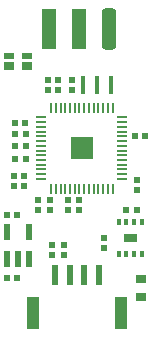
<source format=gtp>
G04*
G04 #@! TF.GenerationSoftware,Altium Limited,Altium Designer,21.6.1 (37)*
G04*
G04 Layer_Color=8421504*
%FSLAX44Y44*%
%MOMM*%
G71*
G04*
G04 #@! TF.SameCoordinates,A3892E78-241B-427D-A5EC-4F0B57241F16*
G04*
G04*
G04 #@! TF.FilePolarity,Positive*
G04*
G01*
G75*
%ADD18R,0.5600X0.6000*%
%ADD19R,1.9600X1.9600*%
G04:AMPARAMS|DCode=20|XSize=0.84mm|YSize=0.2mm|CornerRadius=0.025mm|HoleSize=0mm|Usage=FLASHONLY|Rotation=180.000|XOffset=0mm|YOffset=0mm|HoleType=Round|Shape=RoundedRectangle|*
%AMROUNDEDRECTD20*
21,1,0.8400,0.1500,0,0,180.0*
21,1,0.7900,0.2000,0,0,180.0*
1,1,0.0500,-0.3950,0.0750*
1,1,0.0500,0.3950,0.0750*
1,1,0.0500,0.3950,-0.0750*
1,1,0.0500,-0.3950,-0.0750*
%
%ADD20ROUNDEDRECTD20*%
G04:AMPARAMS|DCode=21|XSize=0.2mm|YSize=0.84mm|CornerRadius=0.025mm|HoleSize=0mm|Usage=FLASHONLY|Rotation=180.000|XOffset=0mm|YOffset=0mm|HoleType=Round|Shape=RoundedRectangle|*
%AMROUNDEDRECTD21*
21,1,0.2000,0.7900,0,0,180.0*
21,1,0.1500,0.8400,0,0,180.0*
1,1,0.0500,-0.0750,0.3950*
1,1,0.0500,0.0750,0.3950*
1,1,0.0500,0.0750,-0.3950*
1,1,0.0500,-0.0750,-0.3950*
%
%ADD21ROUNDEDRECTD21*%
%ADD22R,0.5400X0.6000*%
%ADD23R,0.6000X0.5400*%
G04:AMPARAMS|DCode=24|XSize=1.2mm|YSize=3.5mm|CornerRadius=0.3mm|HoleSize=0mm|Usage=FLASHONLY|Rotation=180.000|XOffset=0mm|YOffset=0mm|HoleType=Round|Shape=RoundedRectangle|*
%AMROUNDEDRECTD24*
21,1,1.2000,2.9000,0,0,180.0*
21,1,0.6000,3.5000,0,0,180.0*
1,1,0.6000,-0.3000,1.4500*
1,1,0.6000,0.3000,1.4500*
1,1,0.6000,0.3000,-1.4500*
1,1,0.6000,-0.3000,-1.4500*
%
%ADD24ROUNDEDRECTD24*%
%ADD25R,1.2000X3.5000*%
%ADD26R,0.6000X0.5600*%
%ADD27R,0.3000X0.5250*%
%ADD28R,0.8500X0.6500*%
%ADD29R,0.8500X0.5500*%
%ADD30R,0.5588X1.3208*%
%ADD31R,1.0000X2.7000*%
%ADD32R,0.6000X1.7000*%
%ADD33R,0.9000X0.7000*%
%ADD34R,0.4000X1.5000*%
G36*
X373500Y82250D02*
X384500D01*
Y75750D01*
X373500D01*
Y82250D01*
D02*
G37*
D18*
X281650Y157000D02*
D03*
X290350D02*
D03*
X290350Y146000D02*
D03*
X290350Y167000D02*
D03*
X289350Y132000D02*
D03*
X280650D02*
D03*
X289350Y123000D02*
D03*
X280650D02*
D03*
X281650Y146000D02*
D03*
X281650Y167000D02*
D03*
D19*
X338000Y155350D02*
D03*
D20*
X303650Y129350D02*
D03*
Y133350D02*
D03*
Y137350D02*
D03*
Y141350D02*
D03*
Y145350D02*
D03*
Y149350D02*
D03*
Y153350D02*
D03*
Y157350D02*
D03*
Y161350D02*
D03*
Y165350D02*
D03*
Y169350D02*
D03*
Y173350D02*
D03*
Y177350D02*
D03*
Y181350D02*
D03*
X372350D02*
D03*
Y177350D02*
D03*
Y173350D02*
D03*
Y169350D02*
D03*
Y165350D02*
D03*
Y161350D02*
D03*
Y157350D02*
D03*
Y153350D02*
D03*
Y149350D02*
D03*
Y145350D02*
D03*
Y141350D02*
D03*
Y137350D02*
D03*
Y133350D02*
D03*
Y129350D02*
D03*
D21*
X364000Y121000D02*
D03*
X360000D02*
D03*
X356000D02*
D03*
X352000D02*
D03*
X348000D02*
D03*
X344000D02*
D03*
X340000D02*
D03*
X336000D02*
D03*
X332000D02*
D03*
X328000D02*
D03*
X324000D02*
D03*
X320000D02*
D03*
X316000D02*
D03*
X312000D02*
D03*
Y189700D02*
D03*
X316000D02*
D03*
X320000D02*
D03*
X324000D02*
D03*
X328000D02*
D03*
X332000D02*
D03*
X336000D02*
D03*
X340000D02*
D03*
X344000D02*
D03*
X348000D02*
D03*
X352000D02*
D03*
X356000D02*
D03*
X360000D02*
D03*
X364000D02*
D03*
D22*
X281680Y177000D02*
D03*
X290320D02*
D03*
X375680Y103000D02*
D03*
X384320D02*
D03*
X382680Y166000D02*
D03*
X391320D02*
D03*
X274680Y99000D02*
D03*
X283320D02*
D03*
X274680Y45000D02*
D03*
X283320D02*
D03*
D23*
X301000Y102680D02*
D03*
Y111320D02*
D03*
X326000D02*
D03*
Y102680D02*
D03*
X330000Y213320D02*
D03*
Y204680D02*
D03*
X357000Y70680D02*
D03*
Y79320D02*
D03*
X311000Y111320D02*
D03*
Y102680D02*
D03*
X385000Y128320D02*
D03*
Y119680D02*
D03*
X336000Y111320D02*
D03*
Y102680D02*
D03*
D24*
X361400Y256000D02*
D03*
D25*
X310600D02*
D03*
X336000D02*
D03*
D26*
X318000Y204650D02*
D03*
X309000D02*
D03*
X323000Y73350D02*
D03*
Y64650D02*
D03*
X313000D02*
D03*
Y73350D02*
D03*
X318000Y213350D02*
D03*
X309000D02*
D03*
D27*
X369250Y92625D02*
D03*
X375750D02*
D03*
X382250D02*
D03*
X388750D02*
D03*
X369250Y65375D02*
D03*
X388750D02*
D03*
X375750D02*
D03*
X382250D02*
D03*
D28*
X276750Y224750D02*
D03*
X291250D02*
D03*
D29*
X276750Y233250D02*
D03*
X291250D02*
D03*
D30*
X274602Y84684D02*
D03*
X293398D02*
D03*
Y61316D02*
D03*
X284000D02*
D03*
X274602D02*
D03*
D31*
X371250Y15750D02*
D03*
X296750D02*
D03*
D32*
X352750Y47750D02*
D03*
X340250D02*
D03*
X315250D02*
D03*
X327750D02*
D03*
D33*
X388000Y44500D02*
D03*
Y29500D02*
D03*
D34*
X363000Y209000D02*
D03*
X351000D02*
D03*
X339000D02*
D03*
M02*

</source>
